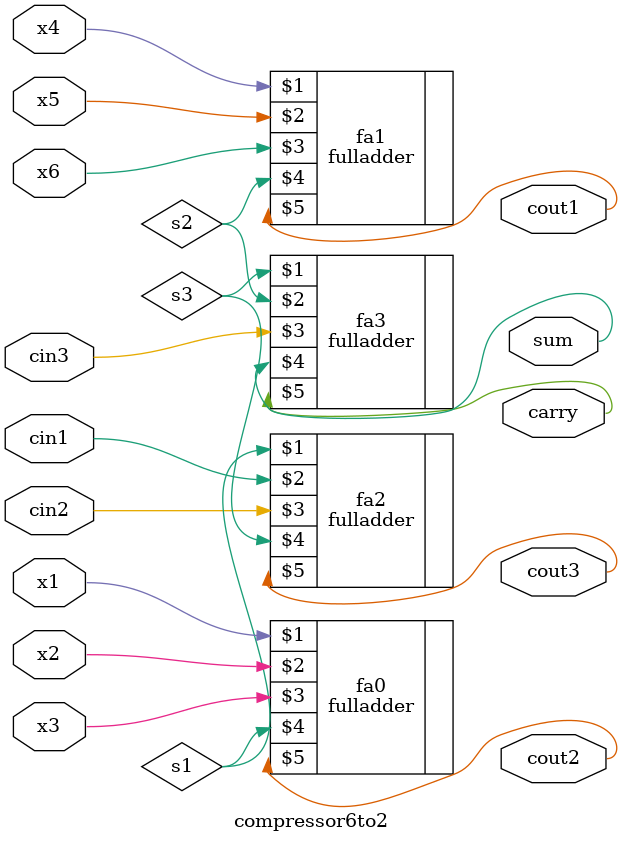
<source format=v>
module compressor6to2(x1, x2, x3, x4, x5, x6, cin1, cin2, cin3, cout1, cout2, cout3, sum, carry);

input  x1, x2, x3, x4, x5, x6;
output  sum, carry;
input cin1, cin2, cin3;
output cout1, cout2, cout3;
wire s1, s2, s3;

fulladder fa0(x1, x2, x3, s1, cout2 );
fulladder fa1(x4, x5, x6, s2, cout1 );
fulladder fa2(s1, cin1, cin2, s3, cout3);
fulladder fa3(s3, s2, cin3, sum, carry);


endmodule

</source>
